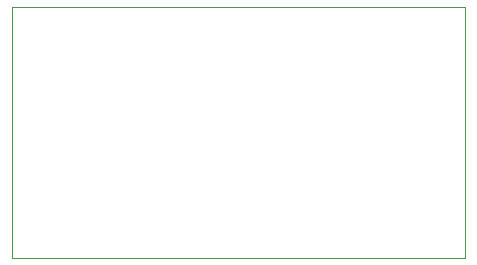
<source format=gbr>
%TF.GenerationSoftware,KiCad,Pcbnew,7.0.6-0*%
%TF.CreationDate,2023-08-03T16:52:38-04:00*%
%TF.ProjectId,Temp_Alarm,54656d70-5f41-46c6-9172-6d2e6b696361,rev?*%
%TF.SameCoordinates,Original*%
%TF.FileFunction,Profile,NP*%
%FSLAX46Y46*%
G04 Gerber Fmt 4.6, Leading zero omitted, Abs format (unit mm)*
G04 Created by KiCad (PCBNEW 7.0.6-0) date 2023-08-03 16:52:38*
%MOMM*%
%LPD*%
G01*
G04 APERTURE LIST*
%TA.AperFunction,Profile*%
%ADD10C,0.100000*%
%TD*%
G04 APERTURE END LIST*
D10*
X142000000Y-93000000D02*
X180340000Y-93000000D01*
X180340000Y-114300000D01*
X142000000Y-114300000D01*
X142000000Y-93000000D01*
M02*

</source>
